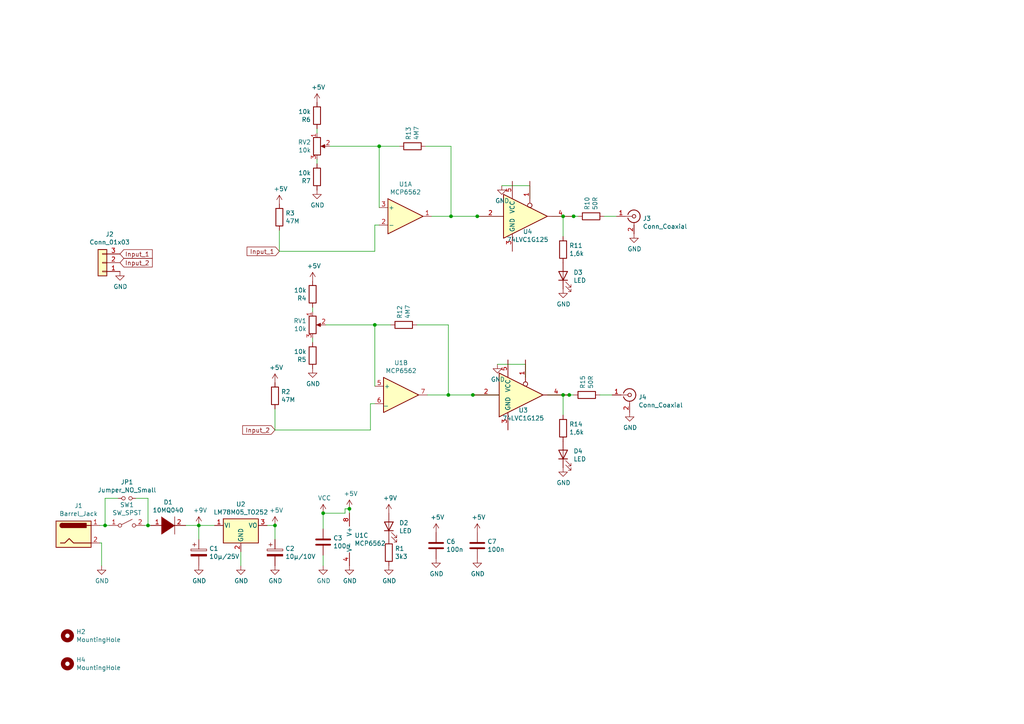
<source format=kicad_sch>
(kicad_sch (version 20230121) (generator eeschema)
  (paper "A4")
  (title_block (title "603-A Lick Sensor") (date "2023-04-21") (rev "1") (company "Universität zu Köln") (comment 1 "M.Ghanbari"))
  (lib_symbols
    (symbol "74xGxx:74LVC1G125"
      (property "Reference" "U" (at -10.16 7.62 0))
      (property "Value" "74LVC1G125" (at 2.54 -7.62 0))
      (symbol "74LVC1G125_0_1"
        (polyline (pts (xy -7.62 6.35) (xy -7.62 -6.35) (xy 5.08 0) (xy -7.62 6.35)) (stroke (width 0.254)) (fill (type background)))
      )
      (symbol "74LVC1G125_1_1"
        (pin input inverted (at 0 10.16 270) (length 7.62) (name "~") (number "1"))
        (pin input line (at -15.24 0 0) (length 7.62) (name "~") (number "2"))
        (pin power_in line (at -5.08 -10.16 90) (length 5.08) (name "GND") (number "3"))
        (pin tri_state line (at 12.7 0 180) (length 7.62) (name "~") (number "4"))
        (pin power_in line (at -5.08 10.16 270) (length 5.08) (name "VCC") (number "5"))
      )
    )
    (symbol "Comparator:MCP6562" (pin_names (offset 0.127))
      (property "Reference" "U" (at 3.81 3.81 0))
      (property "Value" "MCP6562" (at 6.35 -3.81 0))
      (symbol "MCP6562_1_1"
        (polyline (pts (xy -5.08 5.08) (xy 5.08 0) (xy -5.08 -5.08) (xy -5.08 5.08)) (stroke (width 0.254)) (fill (type background)))
        (pin output line (at 7.62 0 180) (length 2.54) (name "~") (number "1"))
        (pin input line (at -7.62 -2.54 0) (length 2.54) (name "-") (number "2"))
        (pin input line (at -7.62 2.54 0) (length 2.54) (name "+") (number "3"))
      )
      (symbol "MCP6562_2_1"
        (polyline (pts (xy -5.08 5.08) (xy 5.08 0) (xy -5.08 -5.08) (xy -5.08 5.08)) (stroke (width 0.254)) (fill (type background)))
        (pin input line (at -7.62 2.54 0) (length 2.54) (name "+") (number "5"))
        (pin input line (at -7.62 -2.54 0) (length 2.54) (name "_") (number "6"))
        (pin open_collector line (at 7.62 0 180) (length 2.54) (name "~") (number "7"))
      )
      (symbol "MCP6562_3_1"
        (pin power_in line (at -2.54 -7.62 90) (length 3.81) (name "V-") (number "4"))
        (pin power_in line (at -2.54 7.62 270) (length 3.81) (name "V+") (number "8"))
      )
    )
    (symbol "Connector:Barrel_Jack" (pin_names (offset 1.016))
      (property "Reference" "J" (at 0 5.334 0))
      (property "Value" "Barrel_Jack" (at 0 -5.08 0))
      (symbol "Barrel_Jack_0_1"
        (rectangle (start -5.08 3.81) (end 5.08 -3.81) (stroke (width 0.254)) (fill (type background)))
        (arc (start -3.302 3.175) (mid -3.9343 2.54) (end -3.302 1.905) (stroke (width 0.254)))
        (arc (start -3.302 3.175) (mid -3.9343 2.54) (end -3.302 1.905) (stroke (width 0.254)) (fill (type outline)))
        (polyline (pts (xy 5.08 2.54) (xy 3.81 2.54)) (stroke (width 0.254)))
        (polyline (pts (xy -3.81 -2.54) (xy -2.54 -2.54) (xy -1.27 -1.27) (xy 0 -2.54) (xy 2.54 -2.54) (xy 5.08 -2.54)) (stroke (width 0.254)))
        (rectangle (start 3.683 3.175) (end -3.302 1.905) (stroke (width 0.254)) (fill (type outline)))
      )
      (symbol "Barrel_Jack_1_1"
        (pin passive line (at 7.62 2.54 180) (length 2.54) (name "~") (number "1"))
        (pin passive line (at 7.62 -2.54 180) (length 2.54) (name "~") (number "2"))
      )
    )
    (symbol "Connector:Conn_Coaxial" (pin_names (offset 1.016) hide)
      (property "Reference" "J" (at 0.254 3.048 0))
      (property "Value" "Conn_Coaxial" (at 2.921 0 90))
      (symbol "Conn_Coaxial_0_1"
        (arc (start -1.778 -0.508) (mid 0.2311 -1.8066) (end 1.778 0) (stroke (width 0.254)))
        (polyline (pts (xy -2.54 0) (xy -0.508 0)))
        (polyline (pts (xy 0 -2.54) (xy 0 -1.778)))
        (circle (center 0 0) (radius 0.508) (stroke (width 0.2032)))
        (arc (start 1.778 0) (mid 0.2099 1.8101) (end -1.778 0.508) (stroke (width 0.254)))
      )
      (symbol "Conn_Coaxial_1_1"
        (pin passive line (at -5.08 0 0) (length 2.54) (name "In") (number "1"))
        (pin passive line (at 0 -5.08 90) (length 2.54) (name "Ext") (number "2"))
      )
    )
    (symbol "Connector_Generic:Conn_01x03" (pin_names (offset 1.016) hide)
      (property "Reference" "J" (at 0 5.08 0))
      (property "Value" "Conn_01x03" (at 0 -5.08 0))
      (symbol "Conn_01x03_1_1"
        (rectangle (start -1.27 -2.413) (end 0 -2.667) (stroke (width 0.1524)))
        (rectangle (start -1.27 0.127) (end 0 -0.127) (stroke (width 0.1524)))
        (rectangle (start -1.27 2.667) (end 0 2.413) (stroke (width 0.1524)))
        (rectangle (start -1.27 3.81) (end 1.27 -3.81) (stroke (width 0.254)) (fill (type background)))
        (pin passive line (at -5.08 2.54 0) (length 3.81) (name "Pin_1") (number "1"))
        (pin passive line (at -5.08 0 0) (length 3.81) (name "Pin_2") (number "2"))
        (pin passive line (at -5.08 -2.54 0) (length 3.81) (name "Pin_3") (number "3"))
      )
    )
    (symbol "Device:C" (pin_numbers hide) (pin_names (offset 0.254))
      (property "Reference" "C" (at 0.635 2.54 0))
      (property "Value" "C" (at 0.635 -2.54 0))
      (symbol "C_0_1"
        (polyline (pts (xy -2.032 -0.762) (xy 2.032 -0.762)) (stroke (width 0.508)))
        (polyline (pts (xy -2.032 0.762) (xy 2.032 0.762)) (stroke (width 0.508)))
      )
      (symbol "C_1_1"
        (pin passive line (at 0 3.81 270) (length 2.794) (name "~") (number "1"))
        (pin passive line (at 0 -3.81 90) (length 2.794) (name "~") (number "2"))
      )
    )
    (symbol "Device:CP" (pin_numbers hide) (pin_names (offset 0.254))
      (property "Reference" "C" (at 0.635 2.54 0))
      (property "Value" "Device_CP" (at 0.635 -2.54 0))
      (symbol "CP_0_1"
        (rectangle (start -2.286 0.508) (end 2.286 1.016))
        (polyline (pts (xy -1.778 2.286) (xy -0.762 2.286)))
        (polyline (pts (xy -1.27 2.794) (xy -1.27 1.778)))
        (rectangle (start 2.286 -0.508) (end -2.286 -1.016) (fill (type outline)))
      )
      (symbol "CP_1_1"
        (pin passive line (at 0 3.81 270) (length 2.794) (name "~") (number "1"))
        (pin passive line (at 0 -3.81 90) (length 2.794) (name "~") (number "2"))
      )
    )
    (symbol "Device:Jumper_NO_Small" (pin_numbers hide) (pin_names (offset 0.762) hide)
      (property "Reference" "JP" (at 0 2.032 0))
      (property "Value" "Device_Jumper_NO_Small" (at 0.254 -1.524 0))
      (symbol "Jumper_NO_Small_0_1"
        (circle (center -1.016 0) (radius 0.508))
        (circle (center 1.016 0) (radius 0.508))
        (pin passive line (at -2.54 0 0) (length 1.016) (name "1") (number "1"))
        (pin passive line (at 2.54 0 180) (length 1.016) (name "2") (number "2"))
      )
    )
    (symbol "Device:LED" (pin_numbers hide) (pin_names (offset 1.016) hide)
      (property "Reference" "D" (at 0 2.54 0))
      (property "Value" "LED" (at 0 -2.54 0))
      (symbol "LED_0_1"
        (polyline (pts (xy -1.27 -1.27) (xy -1.27 1.27)) (stroke (width 0.254)))
        (polyline (pts (xy -1.27 0) (xy 1.27 0)))
        (polyline (pts (xy 1.27 -1.27) (xy 1.27 1.27) (xy -1.27 0) (xy 1.27 -1.27)) (stroke (width 0.254)))
        (polyline (pts (xy -3.048 -0.762) (xy -4.572 -2.286) (xy -3.81 -2.286) (xy -4.572 -2.286) (xy -4.572 -1.524)))
        (polyline (pts (xy -1.778 -0.762) (xy -3.302 -2.286) (xy -2.54 -2.286) (xy -3.302 -2.286) (xy -3.302 -1.524)))
      )
      (symbol "LED_1_1"
        (pin passive line (at -3.81 0 0) (length 2.54) (name "K") (number "1"))
        (pin passive line (at 3.81 0 180) (length 2.54) (name "A") (number "2"))
      )
    )
    (symbol "Device:R" (pin_numbers hide) (pin_names (offset 0))
      (property "Reference" "R" (at 2.032 0 90))
      (property "Value" "R" (at 0 0 90))
      (symbol "R_0_1"
        (rectangle (start -1.016 -2.54) (end 1.016 2.54) (stroke (width 0.254)))
      )
      (symbol "R_1_1"
        (pin passive line (at 0 3.81 270) (length 1.27) (name "~") (number "1"))
        (pin passive line (at 0 -3.81 90) (length 1.27) (name "~") (number "2"))
      )
    )
    (symbol "Device:R_POT" (pin_names (offset 1.016) hide)
      (property "Reference" "RV" (at -4.445 0 90))
      (property "Value" "Device_R_POT" (at -2.54 0 90))
      (symbol "R_POT_0_1"
        (polyline (pts (xy 2.54 0) (xy 1.524 0)))
        (polyline (pts (xy 1.143 0) (xy 2.286 0.508) (xy 2.286 -0.508) (xy 1.143 0)) (fill (type outline)))
        (rectangle (start 1.016 2.54) (end -1.016 -2.54) (stroke (width 0.254)))
      )
      (symbol "R_POT_1_1"
        (pin passive line (at 0 3.81 270) (length 1.27) (name "1") (number "1"))
        (pin passive line (at 3.81 0 180) (length 1.27) (name "2") (number "2"))
        (pin passive line (at 0 -3.81 90) (length 1.27) (name "3") (number "3"))
      )
    )
    (symbol "Mechanical:MountingHole" (pin_names (offset 1.016))
      (property "Reference" "H" (at 0 5.08 0))
      (property "Value" "MountingHole" (at 0 3.175 0))
      (symbol "MountingHole_0_1"
        (circle (center 0 0) (radius 1.27) (stroke (width 1.27)))
      )
    )
    (symbol "Regulator_Linear:LM78M05_TO252" (pin_names (offset 0.254))
      (property "Reference" "U" (at -3.81 3.175 0))
      (property "Value" "LM78M05_TO252" (at 0 3.175 0))
      (symbol "LM78M05_TO252_0_1"
        (rectangle (start -5.08 1.905) (end 5.08 -5.08) (stroke (width 0.254)) (fill (type background)))
      )
      (symbol "LM78M05_TO252_1_1"
        (pin power_in line (at -7.62 0 0) (length 2.54) (name "VI") (number "1"))
        (pin power_in line (at 0 -7.62 90) (length 2.54) (name "GND") (number "2"))
        (pin power_out line (at 7.62 0 180) (length 2.54) (name "VO") (number "3"))
      )
    )
    (symbol "Switch:SW_SPST" (pin_names (offset 0) hide)
      (property "Reference" "SW" (at 0 3.175 0))
      (property "Value" "SW_SPST" (at 0 -2.54 0))
      (symbol "SW_SPST_0_0"
        (circle (center -2.032 0) (radius 0.508))
        (polyline (pts (xy -1.524 0.254) (xy 1.524 1.778)))
        (circle (center 2.032 0) (radius 0.508))
      )
      (symbol "SW_SPST_1_1"
        (pin passive line (at -5.08 0 0) (length 2.54) (name "A") (number "1"))
        (pin passive line (at 5.08 0 180) (length 2.54) (name "B") (number "2"))
      )
    )
    (symbol "power:+5V" (power) (pin_names (offset 0))
      (property "Value" "+5V" (at 0 3.556 0))
      (symbol "+5V_0_1"
        (polyline (pts (xy -0.762 1.27) (xy 0 2.54)))
        (polyline (pts (xy 0 0) (xy 0 2.54)))
        (polyline (pts (xy 0 2.54) (xy 0.762 1.27)))
      )
      (symbol "+5V_1_1"
        (pin power_in line (at 0 0 90) (length 0) hide (name "+5V") (number "1"))
      )
    )
    (symbol "power:+9V" (power) (pin_names (offset 0))
      (property "Value" "+9V" (at 0 3.556 0))
      (symbol "+9V_0_1"
        (polyline (pts (xy -0.762 1.27) (xy 0 2.54)))
        (polyline (pts (xy 0 0) (xy 0 2.54)))
        (polyline (pts (xy 0 2.54) (xy 0.762 1.27)))
      )
      (symbol "+9V_1_1"
        (pin power_in line (at 0 0 90) (length 0) hide (name "+9V") (number "1"))
      )
    )
    (symbol "power:GND" (power) (pin_names (offset 0))
      (property "Value" "GND" (at 0 -3.81 0))
      (symbol "GND_0_1"
        (polyline (pts (xy 0 0) (xy 0 -1.27) (xy 1.27 -1.27) (xy 0 -2.54) (xy -1.27 -1.27) (xy 0 -1.27)))
      )
      (symbol "GND_1_1"
        (pin power_in line (at 0 0 270) (length 0) hide (name "GND") (number "1"))
      )
    )
    (symbol "power:VCC" (power) (pin_names (offset 0))
      (property "Value" "VCC" (at 0 3.81 0))
      (symbol "VCC_0_1"
        (polyline (pts (xy -0.762 1.27) (xy 0 2.54)))
        (polyline (pts (xy 0 0) (xy 0 2.54)))
        (polyline (pts (xy 0 2.54) (xy 0.762 1.27)))
      )
      (symbol "VCC_1_1"
        (pin power_in line (at 0 0 90) (length 0) hide (name "VCC") (number "1"))
      )
    )
    (symbol "pspice:DIODE" (pin_names (offset 1.016) hide)
      (property "Reference" "D" (at 0 3.81 0))
      (property "Value" "pspice_DIODE" (at 0 -4.445 0))
      (symbol "DIODE_0_1"
        (polyline (pts (xy 1.905 2.54) (xy 1.905 -2.54)))
        (polyline (pts (xy -1.905 2.54) (xy -1.905 -2.54) (xy 1.905 0)) (fill (type outline)))
      )
      (symbol "DIODE_1_1"
        (pin input line (at -5.08 0 0) (length 3.81) (name "K") (number "1"))
        (pin input line (at 5.08 0 180) (length 3.81) (name "A") (number "2"))
      )
    )
  )
  (junction (at 130.048 114.554))
  (junction (at 101.346 147.574))
  (junction (at 108.712 94.234))
  (junction (at 57.658 152.4))
  (junction (at 30.48 152.4))
  (junction (at 166.37 62.738))
  (junction (at 137.16 114.554))
  (junction (at 130.81 62.738))
  (junction (at 93.726 148.844))
  (junction (at 42.926 152.4))
  (junction (at 163.322 62.738))
  (junction (at 79.756 152.4))
  (junction (at 165.1 114.554))
  (junction (at 163.322 114.554))
  (junction (at 138.43 62.738))
  (junction (at 109.982 42.418))
  (wire (pts (xy 93.726 148.844) (xy 100.076 148.844)))
  (wire (pts (xy 130.81 42.418) (xy 130.81 62.738)))
  (wire (pts (xy 42.926 144.526) (xy 42.926 152.4)))
  (wire (pts (xy 125.222 62.738) (xy 130.81 62.738)))
  (wire (pts (xy 43.688 152.4) (xy 42.926 152.4)))
  (wire (pts (xy 175.26 62.738) (xy 178.816 62.738)))
  (wire (pts (xy 81.026 72.898) (xy 81.026 66.802)))
  (wire (pts (xy 93.726 153.416) (xy 93.726 148.844)))
  (wire (pts (xy 90.678 90.424) (xy 90.678 89.154)))
  (wire (pts (xy 137.16 114.554) (xy 144.78 114.554)))
  (wire (pts (xy 120.904 94.234) (xy 130.048 94.234)))
  (wire (pts (xy 77.47 152.4) (xy 79.756 152.4)))
  (wire (pts (xy 69.85 164.084) (xy 69.85 160.02)))
  (wire (pts (xy 123.952 114.554) (xy 130.048 114.554)))
  (wire (pts (xy 30.48 144.526) (xy 30.48 152.4)))
  (wire (pts (xy 101.346 148.844) (xy 101.346 147.574)))
  (wire (pts (xy 29.464 164.084) (xy 29.464 157.48)))
  (wire (pts (xy 130.048 114.554) (xy 137.16 114.554)))
  (wire (pts (xy 165.1 114.554) (xy 166.37 114.554)))
  (wire (pts (xy 158.75 114.554) (xy 163.322 114.554)))
  (wire (pts (xy 39.37 144.526) (xy 42.926 144.526)))
  (wire (pts (xy 95.758 42.418) (xy 109.982 42.418)))
  (wire (pts (xy 62.23 152.4) (xy 57.658 152.4)))
  (wire (pts (xy 93.726 164.084) (xy 93.726 161.036)))
  (wire (pts (xy 57.658 152.4) (xy 57.658 156.464)))
  (wire (pts (xy 113.284 94.234) (xy 108.712 94.234)))
  (wire (pts (xy 108.712 112.014) (xy 108.712 94.234)))
  (wire (pts (xy 53.848 152.4) (xy 57.658 152.4)))
  (wire (pts (xy 160.02 62.738) (xy 163.322 62.738)))
  (wire (pts (xy 42.926 152.4) (xy 41.91 152.4)))
  (wire (pts (xy 152.4 105.664) (xy 152.4 109.474)))
  (wire (pts (xy 109.982 60.198) (xy 109.982 42.418)))
  (wire (pts (xy 91.948 46.228) (xy 91.948 47.498)))
  (wire (pts (xy 130.048 94.234) (xy 130.048 114.554)))
  (wire (pts (xy 79.756 152.4) (xy 79.756 156.464)))
  (wire (pts (xy 90.678 98.044) (xy 90.678 99.314)))
  (wire (pts (xy 163.322 120.396) (xy 163.322 114.554)))
  (wire (pts (xy 91.948 38.608) (xy 91.948 37.338)))
  (wire (pts (xy 130.81 62.738) (xy 138.43 62.738)))
  (wire (pts (xy 79.756 124.714) (xy 107.442 124.714)))
  (wire (pts (xy 108.712 65.278) (xy 109.982 65.278)))
  (wire (pts (xy 28.956 152.4) (xy 30.48 152.4)))
  (wire (pts (xy 107.442 124.714) (xy 107.442 117.094)))
  (wire (pts (xy 30.48 152.4) (xy 31.75 152.4)))
  (wire (pts (xy 81.026 72.898) (xy 108.712 72.898)))
  (wire (pts (xy 163.322 114.554) (xy 165.1 114.554)))
  (wire (pts (xy 163.322 62.738) (xy 166.37 62.738)))
  (wire (pts (xy 109.982 42.418) (xy 115.824 42.418)))
  (wire (pts (xy 100.076 147.574) (xy 101.346 147.574)))
  (wire (pts (xy 145.542 53.848) (xy 153.67 53.848)))
  (wire (pts (xy 173.99 114.554) (xy 177.546 114.554)))
  (wire (pts (xy 138.43 62.738) (xy 146.05 62.738)))
  (wire (pts (xy 108.712 72.898) (xy 108.712 65.278)))
  (wire (pts (xy 100.076 148.844) (xy 100.076 147.574)))
  (wire (pts (xy 144.272 105.664) (xy 152.4 105.664)))
  (wire (pts (xy 94.488 94.234) (xy 108.712 94.234)))
  (wire (pts (xy 153.67 53.848) (xy 153.67 57.658)))
  (wire (pts (xy 166.37 62.738) (xy 167.64 62.738)))
  (wire (pts (xy 107.442 117.094) (xy 108.712 117.094)))
  (wire (pts (xy 79.756 124.714) (xy 79.756 118.618)))
  (wire (pts (xy 123.444 42.418) (xy 130.81 42.418)))
  (wire (pts (xy 30.48 144.526) (xy 34.29 144.526)))
  (wire (pts (xy 163.322 68.58) (xy 163.322 62.738)))
  (wire (pts (xy 29.464 157.48) (xy 28.956 157.48)))
  (global_label "Input_2" (shape input) (at 34.798 76.2 0) (property "Intersheetrefs" "${INTERSHEET_REFS}" (effects hide)))
  (global_label "Input_1" (shape input) (at 34.798 73.66 0) (property "Intersheetrefs" "${INTERSHEET_REFS}" (effects hide)))
  (global_label "Input_2" (shape input) (at 79.756 124.714 180) (property "Intersheetrefs" "${INTERSHEET_REFS}" (effects hide)))
  (global_label "Input_1" (shape input) (at 81.026 72.898 180) (property "Intersheetrefs" "${INTERSHEET_REFS}" (effects hide)))
  (symbol (lib_id "Regulator_Linear:LM78M05_TO252") (at 69.85 152.4 0) (unit 1)
    (property "Reference" "U2" (at 69.85 146.2532 0))
    (property "Value" "LM78M05_TO252" (at 69.85 148.5646 0))
    (property "Footprint" "Package_TO_SOT_SMD:TO-252-2" (effects hide))
    (property "Datasheet" "https://www.onsemi.com/pub/Collateral/MC78M00-D.PDF" (effects hide))
  )
  (symbol (lib_id "Device:CP") (at 57.658 160.274 0) (unit 1)
    (property "Reference" "C1" (at 60.6552 159.1056 0) (effects (justify left)))
    (property "Value" "10µ/25V" (at 60.6552 161.417 0) (effects (justify left)))
    (property "Footprint" "Capacitor_Tantalum_SMD:CP_EIA-6032-15_Kemet-U_Pad2.25x2.35mm_HandSolder" (effects hide))
  )
  (symbol (lib_id "Device:CP") (at 79.756 160.274 0) (unit 1)
    (property "Reference" "C2" (at 82.7532 159.1056 0) (effects (justify left)))
    (property "Value" "10µ/10V" (at 82.7532 161.417 0) (effects (justify left)))
    (property "Footprint" "Capacitor_Tantalum_SMD:CP_EIA-3216-18_Kemet-A_Pad1.58x1.35mm_HandSolder" (effects hide))
  )
  (symbol (lib_id "power:GND") (at 69.85 164.084 0) (unit 1)
    (property "Reference" "#PWR04" (effects hide))
    (property "Value" "GND" (at 69.977 168.4782 0))
  )
  (symbol (lib_id "power:GND") (at 79.756 164.084 0) (unit 1)
    (property "Reference" "#PWR06" (effects hide))
    (property "Value" "GND" (at 79.883 168.4782 0))
  )
  (symbol (lib_id "power:GND") (at 57.658 164.084 0) (unit 1)
    (property "Reference" "#PWR03" (effects hide))
    (property "Value" "GND" (at 57.785 168.4782 0))
  )
  (symbol (lib_id "power:GND") (at 101.346 164.084 0) (unit 1)
    (property "Reference" "#PWR010" (effects hide))
    (property "Value" "GND" (at 101.473 168.4782 0))
  )
  (symbol (lib_id "power:+5V") (at 101.346 147.574 0) (unit 1)
    (property "Reference" "#PWR09" (effects hide))
    (property "Value" "+5V" (at 101.727 143.1798 0))
  )
  (symbol (lib_id "power:+5V") (at 79.756 152.4 0) (unit 1)
    (property "Reference" "#PWR05" (effects hide))
    (property "Value" "+5V" (at 80.137 148.0058 0))
  )
  (symbol (lib_id "Connector:Barrel_Jack") (at 21.336 154.94 0) (unit 1)
    (property "Reference" "J1" (at 22.7838 146.685 0))
    (property "Value" "Barrel_Jack" (at 22.7838 148.9964 0))
    (property "Footprint" "Connector_BarrelJack:BarrelJack_CUI_PJ-063AH_Horizontal" (effects hide))
  )
  (symbol (lib_id "power:GND") (at 29.464 164.084 0) (unit 1)
    (property "Reference" "#PWR01" (effects hide))
    (property "Value" "GND" (at 29.591 168.4782 0))
  )
  (symbol (lib_id "pspice:DIODE") (at 48.768 152.4 0) (unit 1)
    (property "Reference" "D1" (at 48.768 145.669 0))
    (property "Value" "10MQ040" (at 48.768 147.9804 0))
    (property "Footprint" "Diode_SMD:D_SMA_Handsoldering" (effects hide))
  )
  (symbol (lib_id "Switch:SW_SPST") (at 36.83 152.4 0) (unit 1)
    (property "Reference" "SW1" (at 36.83 146.431 0))
    (property "Value" "SW_SPST" (at 36.83 148.7424 0))
    (property "Footprint" "Connector_PinSocket_2.54mm:PinSocket_1x02_P2.54mm_Vertical" (effects hide))
  )
  (symbol (lib_id "power:+9V") (at 57.658 152.4 0) (unit 1)
    (property "Reference" "#PWR02" (effects hide))
    (property "Value" "+9V" (at 58.039 148.0058 0))
  )
  (symbol (lib_id "Device:LED") (at 112.776 152.654 90) (unit 1)
    (property "Reference" "D2" (at 115.7732 151.6634 90) (effects (justify right)))
    (property "Value" "LED" (at 115.7732 153.9748 90) (effects (justify right)))
    (property "Footprint" "LED_THT:LED_D3.0mm" (effects hide))
  )
  (symbol (lib_id "power:GND") (at 112.776 164.084 0) (unit 1)
    (property "Reference" "#PWR012" (effects hide))
    (property "Value" "GND" (at 112.903 168.4782 0))
  )
  (symbol (lib_id "power:+9V") (at 112.776 148.844 0) (unit 1)
    (property "Reference" "#PWR011" (effects hide))
    (property "Value" "+9V" (at 113.157 144.4498 0))
  )
  (symbol (lib_id "Device:R") (at 112.776 160.274 0) (unit 1)
    (property "Reference" "R1" (at 114.554 159.1056 0) (effects (justify left)))
    (property "Value" "3k3" (at 114.554 161.417 0) (effects (justify left)))
    (property "Footprint" "Resistor_SMD:R_1206_3216Metric_Pad1.30x1.75mm_HandSolder" (effects hide))
  )
  (symbol (lib_id "Device:C") (at 93.726 157.226 0) (unit 1)
    (property "Reference" "C3" (at 96.647 156.0576 0) (effects (justify left)))
    (property "Value" "100n" (at 96.647 158.369 0) (effects (justify left)))
    (property "Footprint" "Capacitor_SMD:C_0805_2012Metric_Pad1.18x1.45mm_HandSolder" (effects hide))
  )
  (symbol (lib_id "power:GND") (at 93.726 164.084 0) (unit 1)
    (property "Reference" "#PWR07" (effects hide))
    (property "Value" "GND" (at 93.853 168.4782 0))
  )
  (symbol (lib_id "Connector:Conn_Coaxial") (at 183.896 62.738 0) (unit 1)
    (property "Reference" "J3" (at 186.436 63.373 0) (effects (justify left)))
    (property "Value" "Conn_Coaxial" (at 186.436 65.6844 0) (effects (justify left)))
    (property "Footprint" "Connector_Coaxial:BNC_Amphenol_B6252HB-NPP3G-50_Horizontal" (effects hide))
    (property "Datasheet" " ~" (effects hide))
  )
  (symbol (lib_id "Device:R") (at 171.45 62.738 90) (unit 1)
    (property "Reference" "R10" (at 170.2816 60.96 0) (effects (justify left)))
    (property "Value" "50R" (at 172.593 60.96 0) (effects (justify left)))
    (property "Footprint" "Resistor_SMD:R_1206_3216Metric_Pad1.30x1.75mm_HandSolder" (effects hide))
  )
  (symbol (lib_id "power:GND") (at 183.896 67.818 0) (unit 1)
    (property "Reference" "#PWR021" (effects hide))
    (property "Value" "GND" (at 184.023 72.2122 0))
  )
  (symbol (lib_id "Connector_Generic:Conn_01x03") (at 29.718 76.2 180) (unit 1)
    (property "Reference" "J2" (at 31.8008 67.945 0))
    (property "Value" "Conn_01x03" (at 31.8008 70.2564 0))
    (property "Footprint" "Connector_Phoenix_MSTB:PhoenixContact_MSTBA_2,5_3-G-5,08_1x03_P5.08mm_Horizontal" (effects hide))
  )
  (symbol (lib_id "power:GND") (at 34.798 78.74 0) (unit 1)
    (property "Reference" "#PWR08" (effects hide))
    (property "Value" "GND" (at 34.925 83.1342 0))
  )
  (symbol (lib_id "Mechanical:MountingHole") (at 19.558 184.404 0) (unit 1)
    (property "Reference" "H2" (at 22.098 183.2356 0) (effects (justify left)))
    (property "Value" "MountingHole" (at 22.098 185.547 0) (effects (justify left)))
    (property "Footprint" "MountingHole:MountingHole_3.2mm_M3" (effects hide))
  )
  (symbol (lib_id "Mechanical:MountingHole") (at 19.558 192.532 0) (unit 1)
    (property "Reference" "H4" (at 22.098 191.3636 0) (effects (justify left)))
    (property "Value" "MountingHole" (at 22.098 193.675 0) (effects (justify left)))
    (property "Footprint" "MountingHole:MountingHole_3.2mm_M3" (effects hide))
  )
  (symbol (lib_id "Device:Jumper_NO_Small") (at 36.83 144.526 0) (unit 1)
    (property "Reference" "JP1" (at 36.83 139.827 0))
    (property "Value" "Jumper_NO_Small" (at 36.83 142.1384 0))
    (property "Footprint" "Jumper:SolderJumper-2_P1.3mm_Open_Pad1.0x1.5mm" (effects hide))
  )
  (symbol (lib_id "Device:R_POT") (at 91.948 42.418 0) (unit 1)
    (property "Reference" "RV2" (at 90.1954 41.2496 0) (effects (justify right)))
    (property "Value" "10k" (at 90.1954 43.561 0) (effects (justify right)))
    (property "Footprint" "Potentiometer_THT:Potentiometer_Alps_RK09K_Single_Vertical" (effects hide))
  )
  (symbol (lib_id "Comparator:MCP6562") (at 117.602 62.738 0) (unit 1)
    (property "Reference" "U1" (at 117.602 53.4162 0))
    (property "Value" "MCP6562" (at 117.602 55.7276 0))
    (property "Footprint" "Package_SO:SOIC-8_3.9x4.9mm_P1.27mm" (effects hide))
    (property "Datasheet" "http://ww1.microchip.com/downloads/en/DeviceDoc/MCP6561-1R-1U-2-4-1.8V-Low-Power-Push-Pull-Output-Comparator-DS20002139E.pdf" (effects hide))
  )
  (symbol (lib_id "Comparator:MCP6562") (at 116.332 114.554 0) (unit 2)
    (property "Reference" "U1" (at 116.332 105.2322 0))
    (property "Value" "MCP6562" (at 116.332 107.5436 0))
    (property "Footprint" "Package_SO:SOIC-8_3.9x4.9mm_P1.27mm" (effects hide))
    (property "Datasheet" "http://ww1.microchip.com/downloads/en/DeviceDoc/MCP6561-1R-1U-2-4-1.8V-Low-Power-Push-Pull-Output-Comparator-DS20002139E.pdf" (effects hide))
  )
  (symbol (lib_id "Comparator:MCP6562") (at 103.886 156.464 0) (unit 3)
    (property "Reference" "U1" (at 102.8192 155.2956 0) (effects (justify left)))
    (property "Value" "MCP6562" (at 102.8192 157.607 0) (effects (justify left)))
    (property "Footprint" "Package_SO:SOIC-8_3.9x4.9mm_P1.27mm" (effects hide))
    (property "Datasheet" "http://ww1.microchip.com/downloads/en/DeviceDoc/MCP6561-1R-1U-2-4-1.8V-Low-Power-Push-Pull-Output-Comparator-DS20002139E.pdf" (effects hide))
  )
  (symbol (lib_id "Device:R") (at 91.948 33.528 180) (unit 1)
    (property "Reference" "R6" (at 90.17 34.6964 0) (effects (justify left)))
    (property "Value" "10k" (at 90.17 32.385 0) (effects (justify left)))
    (property "Footprint" "Resistor_SMD:R_1206_3216Metric_Pad1.30x1.75mm_HandSolder" (effects hide))
  )
  (symbol (lib_id "Device:R") (at 91.948 51.308 180) (unit 1)
    (property "Reference" "R7" (at 90.17 52.4764 0) (effects (justify left)))
    (property "Value" "10k" (at 90.17 50.165 0) (effects (justify left)))
    (property "Footprint" "Resistor_SMD:R_1206_3216Metric_Pad1.30x1.75mm_HandSolder" (effects hide))
  )
  (symbol (lib_id "power:GND") (at 91.948 55.118 0) (unit 1)
    (property "Reference" "#PWR018" (effects hide))
    (property "Value" "GND" (at 92.075 59.5122 0))
  )
  (symbol (lib_id "power:+5V") (at 91.948 29.718 0) (unit 1)
    (property "Reference" "#PWR017" (effects hide))
    (property "Value" "+5V" (at 92.329 25.3238 0))
  )
  (symbol (lib_id "Device:R") (at 119.634 42.418 90) (unit 1)
    (property "Reference" "R13" (at 118.4656 40.64 0) (effects (justify left)))
    (property "Value" "4M7" (at 120.777 40.64 0) (effects (justify left)))
    (property "Footprint" "Resistor_SMD:R_1206_3216Metric_Pad1.30x1.75mm_HandSolder" (effects hide))
  )
  (symbol (lib_id "Device:R") (at 81.026 62.992 0) (unit 1)
    (property "Reference" "R3" (at 82.804 61.8236 0) (effects (justify left)))
    (property "Value" "47M" (at 82.804 64.135 0) (effects (justify left)))
    (property "Footprint" "Resistor_SMD:R_1206_3216Metric_Pad1.30x1.75mm_HandSolder" (effects hide))
  )
  (symbol (lib_id "power:+5V") (at 81.026 59.182 0) (unit 1)
    (property "Reference" "#PWR014" (effects hide))
    (property "Value" "+5V" (at 81.407 54.7878 0))
  )
  (symbol (lib_id "Device:R_POT") (at 90.678 94.234 0) (unit 1)
    (property "Reference" "RV1" (at 88.9254 93.0656 0) (effects (justify right)))
    (property "Value" "10k" (at 88.9254 95.377 0) (effects (justify right)))
    (property "Footprint" "Potentiometer_THT:Potentiometer_Alps_RK09K_Single_Vertical" (effects hide))
  )
  (symbol (lib_id "Device:R") (at 90.678 85.344 180) (unit 1)
    (property "Reference" "R4" (at 88.9 86.5124 0) (effects (justify left)))
    (property "Value" "10k" (at 88.9 84.201 0) (effects (justify left)))
    (property "Footprint" "Resistor_SMD:R_1206_3216Metric_Pad1.30x1.75mm_HandSolder" (effects hide))
  )
  (symbol (lib_id "Device:R") (at 90.678 103.124 180) (unit 1)
    (property "Reference" "R5" (at 88.9 104.2924 0) (effects (justify left)))
    (property "Value" "10k" (at 88.9 101.981 0) (effects (justify left)))
    (property "Footprint" "Resistor_SMD:R_1206_3216Metric_Pad1.30x1.75mm_HandSolder" (effects hide))
  )
  (symbol (lib_id "power:GND") (at 90.678 106.934 0) (unit 1)
    (property "Reference" "#PWR016" (effects hide))
    (property "Value" "GND" (at 90.805 111.3282 0))
  )
  (symbol (lib_id "power:+5V") (at 90.678 81.534 0) (unit 1)
    (property "Reference" "#PWR015" (effects hide))
    (property "Value" "+5V" (at 91.059 77.1398 0))
  )
  (symbol (lib_id "Device:R") (at 117.094 94.234 90) (unit 1)
    (property "Reference" "R12" (at 115.9256 92.456 0) (effects (justify left)))
    (property "Value" "4M7" (at 118.237 92.456 0) (effects (justify left)))
    (property "Footprint" "Resistor_SMD:R_1206_3216Metric_Pad1.30x1.75mm_HandSolder" (effects hide))
  )
  (symbol (lib_id "Device:R") (at 79.756 114.808 0) (unit 1)
    (property "Reference" "R2" (at 81.534 113.6396 0) (effects (justify left)))
    (property "Value" "47M" (at 81.534 115.951 0) (effects (justify left)))
    (property "Footprint" "Resistor_SMD:R_1206_3216Metric_Pad1.30x1.75mm_HandSolder" (effects hide))
  )
  (symbol (lib_id "power:+5V") (at 79.756 110.998 0) (unit 1)
    (property "Reference" "#PWR013" (effects hide))
    (property "Value" "+5V" (at 80.137 106.6038 0))
  )
  (symbol (lib_id "74xGxx:74LVC1G125") (at 153.67 62.738 0) (unit 1)
    (property "Reference" "U4" (at 153.035 67.183 0))
    (property "Value" "74LVC1G125" (at 153.035 69.4944 0))
    (property "Footprint" "Package_TO_SOT_SMD:SOT-23-5_HandSoldering" (effects hide))
    (property "Datasheet" "http://www.ti.com/lit/sg/scyt129e/scyt129e.pdf" (effects hide))
  )
  (symbol (lib_id "power:GND") (at 145.542 53.848 0) (unit 1)
    (property "Reference" "#PWR0101" (effects hide))
    (property "Value" "GND" (at 145.669 58.2422 0))
  )
  (symbol (lib_id "Connector:Conn_Coaxial") (at 182.626 114.554 0) (unit 1)
    (property "Reference" "J4" (at 185.166 115.189 0) (effects (justify left)))
    (property "Value" "Conn_Coaxial" (at 185.166 117.5004 0) (effects (justify left)))
    (property "Footprint" "Connector_Coaxial:BNC_Amphenol_B6252HB-NPP3G-50_Horizontal" (effects hide))
    (property "Datasheet" " ~" (effects hide))
  )
  (symbol (lib_id "Device:R") (at 170.18 114.554 90) (unit 1)
    (property "Reference" "R15" (at 169.0116 112.776 0) (effects (justify left)))
    (property "Value" "50R" (at 171.323 112.776 0) (effects (justify left)))
    (property "Footprint" "Resistor_SMD:R_1206_3216Metric_Pad1.30x1.75mm_HandSolder" (effects hide))
  )
  (symbol (lib_id "power:GND") (at 182.626 119.634 0) (unit 1)
    (property "Reference" "#PWR0102" (effects hide))
    (property "Value" "GND" (at 182.753 124.0282 0))
  )
  (symbol (lib_id "74xGxx:74LVC1G125") (at 152.4 114.554 0) (unit 1)
    (property "Reference" "U3" (at 151.765 118.999 0))
    (property "Value" "74LVC1G125" (at 151.765 121.3104 0))
    (property "Footprint" "Package_TO_SOT_SMD:SOT-23-5_HandSoldering" (effects hide))
    (property "Datasheet" "http://www.ti.com/lit/sg/scyt129e/scyt129e.pdf" (effects hide))
  )
  (symbol (lib_id "power:GND") (at 144.272 105.664 0) (unit 1)
    (property "Reference" "#PWR0103" (effects hide))
    (property "Value" "GND" (at 144.399 110.0582 0))
  )
  (symbol (lib_id "Device:R") (at 163.322 72.39 0) (unit 1)
    (property "Reference" "R11" (at 165.1 71.2216 0) (effects (justify left)))
    (property "Value" "1,6k" (at 165.1 73.533 0) (effects (justify left)))
    (property "Footprint" "Resistor_SMD:R_1206_3216Metric_Pad1.30x1.75mm_HandSolder" (effects hide))
  )
  (symbol (lib_id "Device:LED") (at 163.322 80.01 90) (unit 1)
    (property "Reference" "D3" (at 166.3192 79.0194 90) (effects (justify right)))
    (property "Value" "LED" (at 166.3192 81.3308 90) (effects (justify right)))
    (property "Footprint" "LED_THT:LED_D3.0mm" (effects hide))
  )
  (symbol (lib_id "power:GND") (at 163.322 83.82 0) (unit 1)
    (property "Reference" "#PWR0104" (effects hide))
    (property "Value" "GND" (at 163.449 88.2142 0))
  )
  (symbol (lib_id "Device:R") (at 163.322 124.206 0) (unit 1)
    (property "Reference" "R14" (at 165.1 123.0376 0) (effects (justify left)))
    (property "Value" "1,6k" (at 165.1 125.349 0) (effects (justify left)))
    (property "Footprint" "Resistor_SMD:R_1206_3216Metric_Pad1.30x1.75mm_HandSolder" (effects hide))
  )
  (symbol (lib_id "Device:LED") (at 163.322 131.826 90) (unit 1)
    (property "Reference" "D4" (at 166.3192 130.8354 90) (effects (justify right)))
    (property "Value" "LED" (at 166.3192 133.1468 90) (effects (justify right)))
    (property "Footprint" "LED_THT:LED_D3.0mm" (effects hide))
  )
  (symbol (lib_id "power:GND") (at 163.322 135.636 0) (unit 1)
    (property "Reference" "#PWR0105" (effects hide))
    (property "Value" "GND" (at 163.449 140.0302 0))
  )
  (symbol (lib_id "power:VCC") (at 93.726 148.844 0) (unit 1)
    (property "Reference" "#PWR0106" (effects hide))
    (property "Value" "VCC" (at 94.107 144.4498 0))
  )
  (symbol (lib_id "Device:C") (at 126.492 158.242 0) (unit 1)
    (property "Reference" "C6" (at 129.413 157.0736 0) (effects (justify left)))
    (property "Value" "100n" (at 129.413 159.385 0) (effects (justify left)))
    (property "Footprint" "Capacitor_SMD:C_0805_2012Metric_Pad1.18x1.45mm_HandSolder" (effects hide))
  )
  (symbol (lib_id "power:GND") (at 126.492 162.052 0) (unit 1)
    (property "Reference" "#PWR023" (effects hide))
    (property "Value" "GND" (at 126.619 166.4462 0))
  )
  (symbol (lib_id "power:+5V") (at 126.492 154.432 0) (unit 1)
    (property "Reference" "#PWR022" (effects hide))
    (property "Value" "+5V" (at 126.873 150.0378 0))
  )
  (symbol (lib_id "Device:C") (at 138.43 158.242 0) (unit 1)
    (property "Reference" "C7" (at 141.351 157.0736 0) (effects (justify left)))
    (property "Value" "100n" (at 141.351 159.385 0) (effects (justify left)))
    (property "Footprint" "Capacitor_SMD:C_0805_2012Metric_Pad1.18x1.45mm_HandSolder" (effects hide))
  )
  (symbol (lib_id "power:GND") (at 138.43 162.052 0) (unit 1)
    (property "Reference" "#PWR025" (effects hide))
    (property "Value" "GND" (at 138.557 166.4462 0))
  )
  (symbol (lib_id "power:+5V") (at 138.43 154.432 0) (unit 1)
    (property "Reference" "#PWR024" (effects hide))
    (property "Value" "+5V" (at 138.811 150.0378 0))
  )
)
</source>
